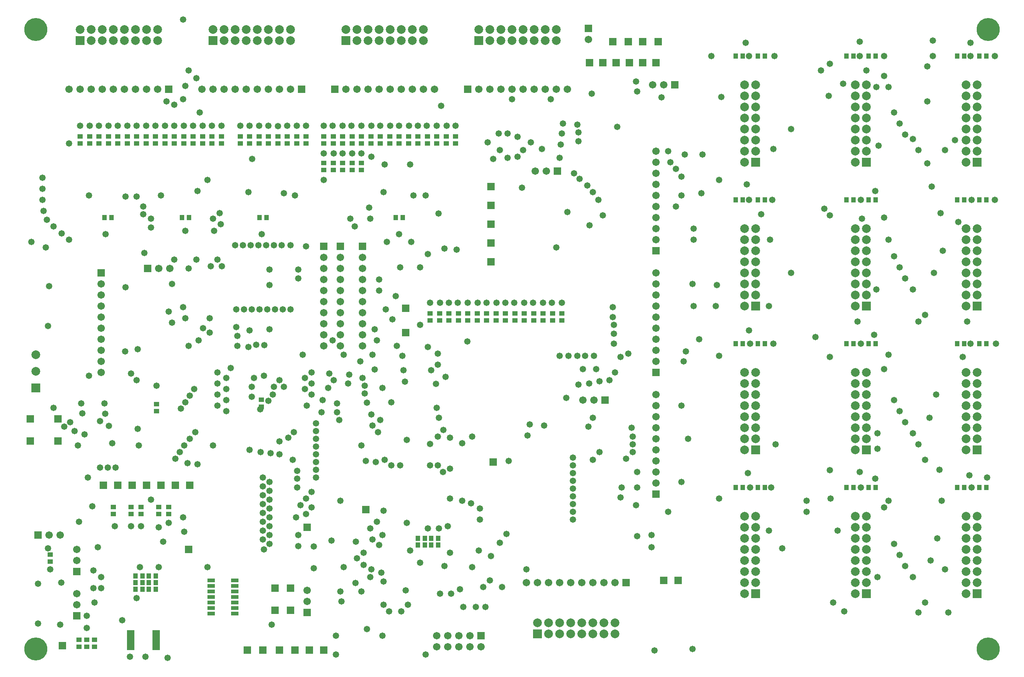
<source format=gbs>
G04*
G04 #@! TF.GenerationSoftware,Altium Limited,Altium Designer,22.3.1 (43)*
G04*
G04 Layer_Color=16711935*
%FSLAX25Y25*%
%MOIN*%
G70*
G04*
G04 #@! TF.SameCoordinates,A87CA661-C890-46F0-A320-74F5598AF3CC*
G04*
G04*
G04 #@! TF.FilePolarity,Negative*
G04*
G01*
G75*
%ADD43R,0.03950X0.04540*%
%ADD44R,0.04540X0.03950*%
%ADD54R,0.06804X0.03359*%
%ADD66R,0.06706X0.06706*%
%ADD67C,0.07887*%
%ADD68R,0.07887X0.07887*%
%ADD69R,0.07887X0.07887*%
%ADD70C,0.06706*%
%ADD71R,0.06706X0.06706*%
%ADD72R,0.06706X0.06706*%
%ADD73C,0.06706*%
%ADD74R,0.06706X0.06706*%
%ADD75C,0.20800*%
%ADD76C,0.05800*%
%ADD102R,0.06607X0.02572*%
D43*
X651850Y556000D02*
D03*
X658150D02*
D03*
X871850Y426000D02*
D03*
X878150D02*
D03*
Y556000D02*
D03*
X871850D02*
D03*
X678150D02*
D03*
X671850D02*
D03*
X858150Y166000D02*
D03*
X851850D02*
D03*
X758150Y426000D02*
D03*
X751850D02*
D03*
X758150Y296000D02*
D03*
X751850D02*
D03*
X858150D02*
D03*
X851850D02*
D03*
X858150Y556000D02*
D03*
X851850D02*
D03*
X878150Y166000D02*
D03*
X871850D02*
D03*
X658150Y426000D02*
D03*
X651850D02*
D03*
X778150Y296000D02*
D03*
X771850D02*
D03*
X878150D02*
D03*
X871850D02*
D03*
X758150Y556000D02*
D03*
X751850D02*
D03*
X758150Y166000D02*
D03*
X751850D02*
D03*
X778150Y426000D02*
D03*
X771850D02*
D03*
X678150Y166000D02*
D03*
X671850D02*
D03*
X778150D02*
D03*
X771850D02*
D03*
X678150Y426000D02*
D03*
X671850D02*
D03*
X658150Y166000D02*
D03*
X651850D02*
D03*
X678150Y296000D02*
D03*
X671850D02*
D03*
X778150Y556000D02*
D03*
X771850D02*
D03*
X858150Y426000D02*
D03*
X851850D02*
D03*
X658150Y296000D02*
D03*
X651850D02*
D03*
X364850Y114000D02*
D03*
X371150D02*
D03*
X88150Y410000D02*
D03*
X81850D02*
D03*
X121850Y80000D02*
D03*
X128150D02*
D03*
X121850Y86000D02*
D03*
X128150D02*
D03*
X364850Y120000D02*
D03*
X371150D02*
D03*
X116150Y86000D02*
D03*
X109850D02*
D03*
X121850Y74000D02*
D03*
X128150D02*
D03*
X116150D02*
D03*
X109850D02*
D03*
X158150Y410000D02*
D03*
X151850D02*
D03*
X116150Y80000D02*
D03*
X109850D02*
D03*
X383150Y114000D02*
D03*
X376850D02*
D03*
X228150Y410000D02*
D03*
X221850D02*
D03*
X383150Y120000D02*
D03*
X376850D02*
D03*
X351150Y410000D02*
D03*
X344850D02*
D03*
D44*
X66000Y28150D02*
D03*
Y21850D02*
D03*
X59000Y28150D02*
D03*
Y21850D02*
D03*
X73000Y28150D02*
D03*
Y21850D02*
D03*
X223500Y245150D02*
D03*
Y238850D02*
D03*
X399000Y476850D02*
D03*
Y483150D02*
D03*
X390500Y476850D02*
D03*
Y483150D02*
D03*
X131000Y148150D02*
D03*
Y141850D02*
D03*
X90000Y148150D02*
D03*
Y141850D02*
D03*
X106000Y148150D02*
D03*
Y141850D02*
D03*
X115000Y148150D02*
D03*
Y141850D02*
D03*
X140000Y148150D02*
D03*
Y141850D02*
D03*
X129000Y234850D02*
D03*
Y241150D02*
D03*
X288500Y476850D02*
D03*
Y483150D02*
D03*
X297000Y476850D02*
D03*
Y483150D02*
D03*
X314000Y476850D02*
D03*
Y483150D02*
D03*
X384500Y316850D02*
D03*
Y323150D02*
D03*
X410000Y316850D02*
D03*
Y323150D02*
D03*
X401500Y316850D02*
D03*
Y323150D02*
D03*
X393000Y316850D02*
D03*
Y323150D02*
D03*
X376000Y316850D02*
D03*
Y323150D02*
D03*
X435500Y316850D02*
D03*
Y323150D02*
D03*
X444000Y316850D02*
D03*
Y323150D02*
D03*
X452500Y316850D02*
D03*
Y323150D02*
D03*
X461000Y316850D02*
D03*
Y323150D02*
D03*
X469500Y316850D02*
D03*
Y323150D02*
D03*
X486500Y316850D02*
D03*
Y323150D02*
D03*
X478000Y316850D02*
D03*
Y323150D02*
D03*
X495000Y316850D02*
D03*
Y323150D02*
D03*
X418500Y316850D02*
D03*
Y323150D02*
D03*
X427000Y316850D02*
D03*
Y323150D02*
D03*
X297000Y452850D02*
D03*
Y459150D02*
D03*
X331000Y483150D02*
D03*
Y476850D02*
D03*
X60000Y483150D02*
D03*
Y476850D02*
D03*
X280000Y483150D02*
D03*
Y476850D02*
D03*
X314000Y459150D02*
D03*
Y452850D02*
D03*
X382000Y483150D02*
D03*
Y476850D02*
D03*
X348000Y483150D02*
D03*
Y476850D02*
D03*
X305500Y483150D02*
D03*
Y476850D02*
D03*
Y459150D02*
D03*
Y452850D02*
D03*
X288500Y459150D02*
D03*
Y452850D02*
D03*
X77000Y483150D02*
D03*
Y476850D02*
D03*
X68500Y483150D02*
D03*
Y476850D02*
D03*
X94000Y483150D02*
D03*
Y476850D02*
D03*
X85500Y483150D02*
D03*
Y476850D02*
D03*
X373500Y483150D02*
D03*
Y476850D02*
D03*
X280000Y459150D02*
D03*
Y452850D02*
D03*
X356500Y483150D02*
D03*
Y476850D02*
D03*
X365000Y483150D02*
D03*
Y476850D02*
D03*
X339500Y483150D02*
D03*
Y476850D02*
D03*
X322500Y483150D02*
D03*
Y476850D02*
D03*
X145000Y483150D02*
D03*
Y476850D02*
D03*
X153500Y483150D02*
D03*
Y476850D02*
D03*
X136500Y483150D02*
D03*
Y476850D02*
D03*
X204500Y483150D02*
D03*
Y476850D02*
D03*
X238500Y483150D02*
D03*
Y476850D02*
D03*
X111000Y483150D02*
D03*
Y476850D02*
D03*
X119500Y483150D02*
D03*
Y476850D02*
D03*
X187500Y483150D02*
D03*
Y476850D02*
D03*
X179000Y483150D02*
D03*
Y476850D02*
D03*
X255500Y483150D02*
D03*
Y476850D02*
D03*
X162000Y483150D02*
D03*
Y476850D02*
D03*
X102500Y483150D02*
D03*
Y476850D02*
D03*
X247000Y483150D02*
D03*
Y476850D02*
D03*
X213000Y483150D02*
D03*
Y476850D02*
D03*
X170500Y483150D02*
D03*
Y476850D02*
D03*
X128000Y483150D02*
D03*
Y476850D02*
D03*
X230000Y483150D02*
D03*
Y476850D02*
D03*
X221500Y483150D02*
D03*
Y476850D02*
D03*
X264000Y483150D02*
D03*
Y476850D02*
D03*
X33000Y105150D02*
D03*
Y98850D02*
D03*
D54*
X199677Y52000D02*
D03*
Y57000D02*
D03*
Y62000D02*
D03*
Y67000D02*
D03*
Y72000D02*
D03*
Y77000D02*
D03*
Y82000D02*
D03*
X178323D02*
D03*
Y77000D02*
D03*
Y72000D02*
D03*
Y67000D02*
D03*
Y62000D02*
D03*
Y57000D02*
D03*
Y52000D02*
D03*
D66*
X433000Y189000D02*
D03*
X582000Y569000D02*
D03*
X568000D02*
D03*
X555000D02*
D03*
X541000D02*
D03*
X158000Y110000D02*
D03*
X318000Y146000D02*
D03*
X265000Y130000D02*
D03*
X236000Y75000D02*
D03*
X600000Y82000D02*
D03*
X587000D02*
D03*
X250000Y75000D02*
D03*
Y55000D02*
D03*
X236000D02*
D03*
X44000Y23000D02*
D03*
X225000Y19000D02*
D03*
X254000D02*
D03*
X211000D02*
D03*
X267000D02*
D03*
X280000D02*
D03*
X240000D02*
D03*
X422000Y32000D02*
D03*
X519000Y581000D02*
D03*
X40000Y228000D02*
D03*
X580000Y550000D02*
D03*
X410000Y526000D02*
D03*
X553000Y80000D02*
D03*
X290000Y526000D02*
D03*
X140000D02*
D03*
X260000D02*
D03*
X40000Y208000D02*
D03*
X15000D02*
D03*
Y228000D02*
D03*
X354000Y306000D02*
D03*
Y328000D02*
D03*
X159000Y168000D02*
D03*
X81000D02*
D03*
X133000D02*
D03*
X94000D02*
D03*
X146000D02*
D03*
X120000D02*
D03*
X107000D02*
D03*
X568000Y550000D02*
D03*
X556000D02*
D03*
X544000D02*
D03*
X520000D02*
D03*
X532000D02*
D03*
D67*
X130000Y580000D02*
D03*
Y570000D02*
D03*
X120000Y580000D02*
D03*
Y570000D02*
D03*
X110000Y580000D02*
D03*
Y570000D02*
D03*
X100000Y580000D02*
D03*
Y570000D02*
D03*
X90000Y580000D02*
D03*
Y570000D02*
D03*
X80000Y580000D02*
D03*
Y570000D02*
D03*
X70000Y580000D02*
D03*
Y570000D02*
D03*
X60000Y580000D02*
D03*
X250000D02*
D03*
Y570000D02*
D03*
X240000Y580000D02*
D03*
Y570000D02*
D03*
X230000Y580000D02*
D03*
Y570000D02*
D03*
X220000Y580000D02*
D03*
Y570000D02*
D03*
X210000Y580000D02*
D03*
Y570000D02*
D03*
X200000Y580000D02*
D03*
Y570000D02*
D03*
X190000Y580000D02*
D03*
Y570000D02*
D03*
X180000Y580000D02*
D03*
X370000D02*
D03*
Y570000D02*
D03*
X360000Y580000D02*
D03*
Y570000D02*
D03*
X350000Y580000D02*
D03*
Y570000D02*
D03*
X340000Y580000D02*
D03*
Y570000D02*
D03*
X330000Y580000D02*
D03*
Y570000D02*
D03*
X320000Y580000D02*
D03*
Y570000D02*
D03*
X310000Y580000D02*
D03*
Y570000D02*
D03*
X300000Y580000D02*
D03*
X490000D02*
D03*
Y570000D02*
D03*
X480000Y580000D02*
D03*
Y570000D02*
D03*
X470000Y580000D02*
D03*
Y570000D02*
D03*
X460000Y580000D02*
D03*
Y570000D02*
D03*
X450000Y580000D02*
D03*
Y570000D02*
D03*
X440000Y580000D02*
D03*
Y570000D02*
D03*
X430000Y580000D02*
D03*
Y570000D02*
D03*
X420000Y580000D02*
D03*
X660000Y530000D02*
D03*
X670000D02*
D03*
X660000Y520000D02*
D03*
X670000D02*
D03*
X660000Y510000D02*
D03*
X670000D02*
D03*
X660000Y500000D02*
D03*
X670000D02*
D03*
X660000Y490000D02*
D03*
X670000D02*
D03*
X660000Y480000D02*
D03*
X670000D02*
D03*
X660000Y470000D02*
D03*
X670000D02*
D03*
X660000Y460000D02*
D03*
Y400000D02*
D03*
X670000D02*
D03*
X660000Y390000D02*
D03*
X670000D02*
D03*
X660000Y380000D02*
D03*
X670000D02*
D03*
X660000Y370000D02*
D03*
X670000D02*
D03*
X660000Y360000D02*
D03*
X670000D02*
D03*
X660000Y350000D02*
D03*
X670000D02*
D03*
X660000Y340000D02*
D03*
X670000D02*
D03*
X660000Y330000D02*
D03*
Y270000D02*
D03*
X670000D02*
D03*
X660000Y260000D02*
D03*
X670000D02*
D03*
X660000Y250000D02*
D03*
X670000D02*
D03*
X660000Y240000D02*
D03*
X670000D02*
D03*
X660000Y230000D02*
D03*
X670000D02*
D03*
X660000Y220000D02*
D03*
X670000D02*
D03*
X660000Y210000D02*
D03*
X670000D02*
D03*
X660000Y200000D02*
D03*
Y140000D02*
D03*
X670000D02*
D03*
X660000Y130000D02*
D03*
X670000D02*
D03*
X660000Y120000D02*
D03*
X670000D02*
D03*
X660000Y110000D02*
D03*
X670000D02*
D03*
X660000Y100000D02*
D03*
X670000D02*
D03*
X660000Y90000D02*
D03*
X670000D02*
D03*
X660000Y80000D02*
D03*
X670000D02*
D03*
X660000Y70000D02*
D03*
X760000Y530000D02*
D03*
X770000D02*
D03*
X760000Y520000D02*
D03*
X770000D02*
D03*
X760000Y510000D02*
D03*
X770000D02*
D03*
X760000Y500000D02*
D03*
X770000D02*
D03*
X760000Y490000D02*
D03*
X770000D02*
D03*
X760000Y480000D02*
D03*
X770000D02*
D03*
X760000Y470000D02*
D03*
X770000D02*
D03*
X760000Y460000D02*
D03*
X760000Y400000D02*
D03*
X770000D02*
D03*
X760000Y390000D02*
D03*
X770000D02*
D03*
X760000Y380000D02*
D03*
X770000D02*
D03*
X760000Y370000D02*
D03*
X770000D02*
D03*
X760000Y360000D02*
D03*
X770000D02*
D03*
X760000Y350000D02*
D03*
X770000D02*
D03*
X760000Y340000D02*
D03*
X770000D02*
D03*
X760000Y330000D02*
D03*
Y270000D02*
D03*
X770000D02*
D03*
X760000Y260000D02*
D03*
X770000D02*
D03*
X760000Y250000D02*
D03*
X770000D02*
D03*
X760000Y240000D02*
D03*
X770000D02*
D03*
X760000Y230000D02*
D03*
X770000D02*
D03*
X760000Y220000D02*
D03*
X770000D02*
D03*
X760000Y210000D02*
D03*
X770000D02*
D03*
X760000Y200000D02*
D03*
Y140000D02*
D03*
X770000D02*
D03*
X760000Y130000D02*
D03*
X770000D02*
D03*
X760000Y120000D02*
D03*
X770000D02*
D03*
X760000Y110000D02*
D03*
X770000D02*
D03*
X760000Y100000D02*
D03*
X770000D02*
D03*
X760000Y90000D02*
D03*
X770000D02*
D03*
X760000Y80000D02*
D03*
X770000D02*
D03*
X760000Y70000D02*
D03*
X860000Y530000D02*
D03*
X870000D02*
D03*
X860000Y520000D02*
D03*
X870000D02*
D03*
X860000Y510000D02*
D03*
X870000D02*
D03*
X860000Y500000D02*
D03*
X870000D02*
D03*
X860000Y490000D02*
D03*
X870000D02*
D03*
X860000Y480000D02*
D03*
X870000D02*
D03*
X860000Y470000D02*
D03*
X870000D02*
D03*
X860000Y460000D02*
D03*
Y400000D02*
D03*
X870000D02*
D03*
X860000Y390000D02*
D03*
X870000D02*
D03*
X860000Y380000D02*
D03*
X870000D02*
D03*
X860000Y370000D02*
D03*
X870000D02*
D03*
X860000Y360000D02*
D03*
X870000D02*
D03*
X860000Y350000D02*
D03*
X870000D02*
D03*
X860000Y340000D02*
D03*
X870000D02*
D03*
X860000Y330000D02*
D03*
Y270000D02*
D03*
X870000D02*
D03*
X860000Y260000D02*
D03*
X870000D02*
D03*
X860000Y250000D02*
D03*
X870000D02*
D03*
X860000Y240000D02*
D03*
X870000D02*
D03*
X860000Y230000D02*
D03*
X870000D02*
D03*
X860000Y220000D02*
D03*
X870000D02*
D03*
X860000Y210000D02*
D03*
X870000D02*
D03*
X860000Y200000D02*
D03*
Y140000D02*
D03*
X870000D02*
D03*
X860000Y130000D02*
D03*
X870000D02*
D03*
X860000Y120000D02*
D03*
X870000D02*
D03*
X860000Y110000D02*
D03*
X870000D02*
D03*
X860000Y100000D02*
D03*
X870000D02*
D03*
X860000Y90000D02*
D03*
X870000D02*
D03*
X860000Y80000D02*
D03*
X870000D02*
D03*
X860000Y70000D02*
D03*
X543000Y43500D02*
D03*
Y33500D02*
D03*
X533000Y43500D02*
D03*
Y33500D02*
D03*
X523000Y43500D02*
D03*
Y33500D02*
D03*
X513000Y43500D02*
D03*
Y33500D02*
D03*
X503000Y43500D02*
D03*
Y33500D02*
D03*
X493000Y43500D02*
D03*
Y33500D02*
D03*
X483000Y43500D02*
D03*
Y33500D02*
D03*
X473000Y43500D02*
D03*
X20000Y271000D02*
D03*
Y286000D02*
D03*
D68*
X60000Y570000D02*
D03*
X180000D02*
D03*
X300000D02*
D03*
X420000D02*
D03*
X473000Y33500D02*
D03*
D69*
X670000Y460000D02*
D03*
Y330000D02*
D03*
Y200000D02*
D03*
Y70000D02*
D03*
X770000Y460000D02*
D03*
X770000Y330000D02*
D03*
Y200000D02*
D03*
Y70000D02*
D03*
X870000Y460000D02*
D03*
Y330000D02*
D03*
Y200000D02*
D03*
Y70000D02*
D03*
X20000Y256000D02*
D03*
D70*
X141000Y364000D02*
D03*
X131000D02*
D03*
X57000Y100000D02*
D03*
Y110000D02*
D03*
X471000Y452000D02*
D03*
X481000D02*
D03*
X587000Y530000D02*
D03*
X577000D02*
D03*
X514000Y245000D02*
D03*
X524000D02*
D03*
X32000Y123000D02*
D03*
X42000D02*
D03*
X57000Y70000D02*
D03*
Y60000D02*
D03*
X265000Y63000D02*
D03*
Y73000D02*
D03*
D71*
X121000Y364000D02*
D03*
X491000Y452000D02*
D03*
X597000Y530000D02*
D03*
X534000Y245000D02*
D03*
X22000Y123000D02*
D03*
D72*
X57000Y90000D02*
D03*
Y50000D02*
D03*
X265000Y53000D02*
D03*
D73*
X382000Y22000D02*
D03*
X422000D02*
D03*
X412000D02*
D03*
X382000Y32000D02*
D03*
X392000Y22000D02*
D03*
Y32000D02*
D03*
X402000Y22000D02*
D03*
Y32000D02*
D03*
X412000D02*
D03*
X519000Y571000D02*
D03*
X280000Y294000D02*
D03*
Y334000D02*
D03*
Y374000D02*
D03*
Y324000D02*
D03*
Y364000D02*
D03*
Y314000D02*
D03*
Y354000D02*
D03*
Y304000D02*
D03*
Y344000D02*
D03*
X79000Y270000D02*
D03*
Y320000D02*
D03*
Y280000D02*
D03*
Y330000D02*
D03*
Y290000D02*
D03*
Y340000D02*
D03*
Y300000D02*
D03*
Y350000D02*
D03*
Y310000D02*
D03*
X295000Y344000D02*
D03*
Y304000D02*
D03*
Y354000D02*
D03*
Y314000D02*
D03*
Y364000D02*
D03*
Y324000D02*
D03*
Y374000D02*
D03*
Y334000D02*
D03*
Y294000D02*
D03*
X450000Y526000D02*
D03*
X490000D02*
D03*
X440000D02*
D03*
X480000D02*
D03*
X430000D02*
D03*
X470000D02*
D03*
X420000D02*
D03*
X460000D02*
D03*
X500000D02*
D03*
X315000Y344000D02*
D03*
Y304000D02*
D03*
Y354000D02*
D03*
Y314000D02*
D03*
Y364000D02*
D03*
Y324000D02*
D03*
Y374000D02*
D03*
Y334000D02*
D03*
Y294000D02*
D03*
X580000Y420000D02*
D03*
Y460000D02*
D03*
Y410000D02*
D03*
Y450000D02*
D03*
Y400000D02*
D03*
Y440000D02*
D03*
Y390000D02*
D03*
Y430000D02*
D03*
Y470000D02*
D03*
X513000Y80000D02*
D03*
X473000D02*
D03*
X523000D02*
D03*
X483000D02*
D03*
X533000D02*
D03*
X493000D02*
D03*
X543000D02*
D03*
X503000D02*
D03*
X463000D02*
D03*
X330000Y526000D02*
D03*
X370000D02*
D03*
X320000D02*
D03*
X360000D02*
D03*
X310000D02*
D03*
X350000D02*
D03*
X300000D02*
D03*
X340000D02*
D03*
X380000D02*
D03*
X580000Y310000D02*
D03*
Y350000D02*
D03*
Y300000D02*
D03*
Y340000D02*
D03*
Y290000D02*
D03*
Y330000D02*
D03*
Y280000D02*
D03*
Y320000D02*
D03*
Y360000D02*
D03*
X100000Y526000D02*
D03*
X60000D02*
D03*
X110000D02*
D03*
X70000D02*
D03*
X120000D02*
D03*
X80000D02*
D03*
X130000D02*
D03*
X90000D02*
D03*
X50000D02*
D03*
X580000Y200000D02*
D03*
Y240000D02*
D03*
Y190000D02*
D03*
Y230000D02*
D03*
Y180000D02*
D03*
Y220000D02*
D03*
Y170000D02*
D03*
Y210000D02*
D03*
Y250000D02*
D03*
X220000Y526000D02*
D03*
X180000D02*
D03*
X230000D02*
D03*
X190000D02*
D03*
X240000D02*
D03*
X200000D02*
D03*
X250000D02*
D03*
X210000D02*
D03*
X170000D02*
D03*
D74*
X280000Y384000D02*
D03*
X431000Y421000D02*
D03*
X79000Y360000D02*
D03*
X431000Y438000D02*
D03*
X295000Y384000D02*
D03*
X315000D02*
D03*
X580000Y380000D02*
D03*
Y270000D02*
D03*
Y160000D02*
D03*
X431000Y387000D02*
D03*
Y404000D02*
D03*
Y370000D02*
D03*
D75*
X880000Y20000D02*
D03*
X20000Y580000D02*
D03*
Y20000D02*
D03*
X880000Y580000D02*
D03*
D76*
X62000Y233000D02*
D03*
X493000Y464000D02*
D03*
X496000Y495000D02*
D03*
X509000Y494000D02*
D03*
X495000Y486000D02*
D03*
X510000Y487000D02*
D03*
X494000Y476000D02*
D03*
X510000Y479000D02*
D03*
X576000Y112000D02*
D03*
Y123000D02*
D03*
X563000Y166000D02*
D03*
X549000D02*
D03*
X562000Y150000D02*
D03*
X548000Y157000D02*
D03*
X414000Y94000D02*
D03*
X548000Y284000D02*
D03*
X541000Y320000D02*
D03*
Y329000D02*
D03*
X420000Y109000D02*
D03*
X463000Y91914D02*
D03*
X345000Y339000D02*
D03*
X326000Y309000D02*
D03*
X261000Y286000D02*
D03*
X264000Y384000D02*
D03*
X257000Y355000D02*
D03*
Y113000D02*
D03*
Y123000D02*
D03*
X231000Y115000D02*
D03*
Y123000D02*
D03*
X386000Y511000D02*
D03*
X146000Y192000D02*
D03*
X157000Y188000D02*
D03*
X289000Y263000D02*
D03*
X288000Y299000D02*
D03*
X298000Y286000D02*
D03*
X313000Y280000D02*
D03*
X317000Y258000D02*
D03*
X285000Y269000D02*
D03*
X317000Y251000D02*
D03*
X226291Y294500D02*
D03*
X446000Y486000D02*
D03*
Y464000D02*
D03*
X433000Y463000D02*
D03*
X459000Y437000D02*
D03*
X467000Y478000D02*
D03*
X322000Y408720D02*
D03*
X455000Y465000D02*
D03*
X460000Y471000D02*
D03*
X439000D02*
D03*
X455000Y483000D02*
D03*
X438000Y486000D02*
D03*
X334000Y433000D02*
D03*
X321000Y418957D02*
D03*
X403000Y74000D02*
D03*
X395000Y70000D02*
D03*
X431000Y104000D02*
D03*
X445000Y124000D02*
D03*
X439000Y116000D02*
D03*
X424000Y76000D02*
D03*
X430000Y82000D02*
D03*
X394000Y107000D02*
D03*
X295000Y154000D02*
D03*
X303000Y268000D02*
D03*
X319000Y242500D02*
D03*
X324000Y222000D02*
D03*
X341000Y243000D02*
D03*
X323000Y232000D02*
D03*
X302000Y260000D02*
D03*
X315000Y265000D02*
D03*
X308000Y402000D02*
D03*
X294000Y227000D02*
D03*
X450000Y517000D02*
D03*
X499000Y247000D02*
D03*
X212000Y293000D02*
D03*
X219000Y295000D02*
D03*
X202000Y294000D02*
D03*
X158000D02*
D03*
X202000Y303000D02*
D03*
X177000Y306000D02*
D03*
X201000Y311000D02*
D03*
X213000Y308000D02*
D03*
X153000Y329000D02*
D03*
X155000Y319000D02*
D03*
X100500Y289000D02*
D03*
X118000Y378000D02*
D03*
X112000Y291000D02*
D03*
X171000Y310000D02*
D03*
X143000Y350000D02*
D03*
X101000Y347000D02*
D03*
X112000Y219000D02*
D03*
X175000Y94000D02*
D03*
X295000Y72000D02*
D03*
X314000D02*
D03*
X381398Y259398D02*
D03*
X591000Y144000D02*
D03*
X505000Y193000D02*
D03*
X447000Y190000D02*
D03*
X414000Y212000D02*
D03*
X406000Y58000D02*
D03*
X417182Y57818D02*
D03*
X389000Y95000D02*
D03*
X485000Y517000D02*
D03*
X477000Y472000D02*
D03*
X833000Y250000D02*
D03*
X834000Y120000D02*
D03*
X828000Y100000D02*
D03*
X823000Y191000D02*
D03*
X827000Y229000D02*
D03*
X831000Y360000D02*
D03*
X585000Y518500D02*
D03*
X563000Y524000D02*
D03*
X702000Y360000D02*
D03*
Y490000D02*
D03*
X231000Y309000D02*
D03*
X167000Y299000D02*
D03*
X177000Y319000D02*
D03*
X314000Y204000D02*
D03*
X331000Y227000D02*
D03*
X329000Y216000D02*
D03*
X318000Y190000D02*
D03*
X327000Y189000D02*
D03*
X335000Y191000D02*
D03*
X341000Y186000D02*
D03*
X349000D02*
D03*
X394000Y156000D02*
D03*
X145000Y372000D02*
D03*
X66000Y50000D02*
D03*
X73000Y62000D02*
D03*
X98000Y46000D02*
D03*
X233000Y42000D02*
D03*
X354000Y73000D02*
D03*
X296000Y63000D02*
D03*
X356000Y60000D02*
D03*
X333000Y32000D02*
D03*
X339000Y54000D02*
D03*
X319000Y38000D02*
D03*
X334000Y60000D02*
D03*
X350000Y54000D02*
D03*
X367000Y98000D02*
D03*
X119000Y13000D02*
D03*
X105000D02*
D03*
X139000Y12000D02*
D03*
X22000Y43000D02*
D03*
Y79000D02*
D03*
X43000Y80000D02*
D03*
X66000Y39000D02*
D03*
X72000Y75000D02*
D03*
X79000D02*
D03*
X372000Y15000D02*
D03*
X42000Y42000D02*
D03*
X280000Y493000D02*
D03*
Y468000D02*
D03*
X280061Y444000D02*
D03*
X231000Y349000D02*
D03*
Y363000D02*
D03*
X326000Y272500D02*
D03*
X563000Y122000D02*
D03*
X291000Y15000D02*
D03*
Y32000D02*
D03*
X529000Y198000D02*
D03*
X523000Y191000D02*
D03*
X76000Y112000D02*
D03*
X256000Y181000D02*
D03*
X273000Y189000D02*
D03*
Y182000D02*
D03*
X257000Y363000D02*
D03*
X253000Y216000D02*
D03*
X355000Y134000D02*
D03*
X392000Y131000D02*
D03*
X384000Y129000D02*
D03*
X279000Y244900D02*
D03*
X292000Y242000D02*
D03*
X268954Y269854D02*
D03*
X292000Y234000D02*
D03*
X278000D02*
D03*
X284000Y256000D02*
D03*
X204500Y493000D02*
D03*
X441000Y76000D02*
D03*
X226000Y110000D02*
D03*
X298000Y94000D02*
D03*
X308525Y79525D02*
D03*
X310000Y102000D02*
D03*
X309000Y117000D02*
D03*
X316000Y107000D02*
D03*
X330000Y114000D02*
D03*
X324000Y119000D02*
D03*
X322000Y129000D02*
D03*
X316000Y96000D02*
D03*
X323000Y92000D02*
D03*
X322000Y85000D02*
D03*
X332000Y89000D02*
D03*
X334000Y81000D02*
D03*
Y145000D02*
D03*
X333000Y123000D02*
D03*
X328000Y135000D02*
D03*
X271000Y93000D02*
D03*
X358000Y109000D02*
D03*
X271000Y112500D02*
D03*
X273000Y224000D02*
D03*
X196000Y274000D02*
D03*
X154000Y126000D02*
D03*
X335000Y458000D02*
D03*
X358000D02*
D03*
X391000Y493000D02*
D03*
X383500Y413500D02*
D03*
X336000Y327000D02*
D03*
X324000Y286000D02*
D03*
X328000Y299000D02*
D03*
X514000Y273000D02*
D03*
X501000Y285000D02*
D03*
X493000D02*
D03*
X510000Y259000D02*
D03*
X538000Y263000D02*
D03*
X526000Y273000D02*
D03*
X524000Y285000D02*
D03*
X516000D02*
D03*
X519500Y260000D02*
D03*
X529000Y262000D02*
D03*
X543000Y270000D02*
D03*
X509000Y285000D02*
D03*
X409680Y297893D02*
D03*
X553000Y192000D02*
D03*
X559000Y198000D02*
D03*
X558000Y220000D02*
D03*
X559000Y212000D02*
D03*
Y205000D02*
D03*
X563000Y180000D02*
D03*
X490000Y383000D02*
D03*
X639000Y519000D02*
D03*
X522000Y522000D02*
D03*
X841000Y92000D02*
D03*
X839000Y380000D02*
D03*
X857000Y284000D02*
D03*
X836000Y182000D02*
D03*
X825000Y515000D02*
D03*
X829000Y438000D02*
D03*
X682000Y330000D02*
D03*
X683000Y390000D02*
D03*
X675000Y413000D02*
D03*
X790000Y154000D02*
D03*
X786000Y273000D02*
D03*
X795000Y115000D02*
D03*
X800000Y105000D02*
D03*
X805000Y95000D02*
D03*
X812000Y85000D02*
D03*
X817000Y53000D02*
D03*
X823000Y62000D02*
D03*
X838000Y154000D02*
D03*
X737436Y156000D02*
D03*
X786000Y148000D02*
D03*
X879000Y175000D02*
D03*
X778000Y174000D02*
D03*
X736850Y181650D02*
D03*
X779000Y345000D02*
D03*
X780000Y201000D02*
D03*
Y215000D02*
D03*
X795000Y245000D02*
D03*
X800000Y235000D02*
D03*
X805000Y225000D02*
D03*
X812000Y215000D02*
D03*
X817000Y205000D02*
D03*
X823000Y322000D02*
D03*
X825000Y459000D02*
D03*
X737000Y412000D02*
D03*
X766000Y409000D02*
D03*
X805000Y355000D02*
D03*
X800000Y365000D02*
D03*
X790000Y286000D02*
D03*
X795000Y375000D02*
D03*
X817000Y316000D02*
D03*
Y471000D02*
D03*
X853000Y406000D02*
D03*
X841000Y471000D02*
D03*
X850000Y480000D02*
D03*
X812000Y345000D02*
D03*
Y481000D02*
D03*
X805000Y485000D02*
D03*
X800000Y495000D02*
D03*
X795000Y505000D02*
D03*
X790000Y390000D02*
D03*
Y528000D02*
D03*
X786000Y410000D02*
D03*
Y538000D02*
D03*
X844000Y53000D02*
D03*
X750000Y54000D02*
D03*
X781000Y475000D02*
D03*
X779000Y528000D02*
D03*
X770000Y543000D02*
D03*
X736000Y520000D02*
D03*
X749000Y531000D02*
D03*
X686000Y472000D02*
D03*
X688000Y205000D02*
D03*
X165000Y372000D02*
D03*
X68000Y267000D02*
D03*
X61000Y242000D02*
D03*
X178000Y366000D02*
D03*
X184000Y372000D02*
D03*
X188000Y366000D02*
D03*
X235000Y385000D02*
D03*
X250000D02*
D03*
X242000D02*
D03*
X228000D02*
D03*
X221000D02*
D03*
X207000D02*
D03*
X214000D02*
D03*
X240000Y263000D02*
D03*
X208000Y327000D02*
D03*
X200000Y385000D02*
D03*
X133000Y430000D02*
D03*
X117000Y413000D02*
D03*
Y420000D02*
D03*
X111000Y429000D02*
D03*
X187500Y493000D02*
D03*
X155000Y398000D02*
D03*
X68500Y493000D02*
D03*
X273000Y175000D02*
D03*
Y196000D02*
D03*
Y203000D02*
D03*
Y210000D02*
D03*
X240000Y207500D02*
D03*
X269000Y162000D02*
D03*
X252000Y191000D02*
D03*
X248000Y211000D02*
D03*
X273000Y217000D02*
D03*
X222464Y236536D02*
D03*
X229964Y244036D02*
D03*
X213000Y200000D02*
D03*
X223000Y198000D02*
D03*
X232000Y197000D02*
D03*
X240000Y196000D02*
D03*
X215000Y248000D02*
D03*
Y257000D02*
D03*
X217000Y265000D02*
D03*
X180000Y204000D02*
D03*
X256000Y174000D02*
D03*
X269000Y148000D02*
D03*
X255000Y139000D02*
D03*
X259000Y150000D02*
D03*
X264000Y156000D02*
D03*
Y142000D02*
D03*
X264500Y240000D02*
D03*
X256000Y166000D02*
D03*
X269000Y250000D02*
D03*
X263000Y255000D02*
D03*
X269000Y260000D02*
D03*
X263000Y264900D02*
D03*
X192000Y245000D02*
D03*
Y235000D02*
D03*
X184000Y239900D02*
D03*
Y250000D02*
D03*
X192000Y255000D02*
D03*
X184000Y260000D02*
D03*
X192000Y265000D02*
D03*
X184000Y270000D02*
D03*
X231000Y131000D02*
D03*
X225000Y119000D02*
D03*
X67000Y175000D02*
D03*
X231000Y139000D02*
D03*
X225000Y143000D02*
D03*
Y175000D02*
D03*
X159000Y249000D02*
D03*
X155000Y243000D02*
D03*
X163000Y255000D02*
D03*
X164000Y216000D02*
D03*
X159000Y210000D02*
D03*
X151000Y237107D02*
D03*
X154000Y204000D02*
D03*
X150000Y198000D02*
D03*
X166000Y187000D02*
D03*
X78000Y184000D02*
D03*
X89000Y206000D02*
D03*
X92000Y184000D02*
D03*
X86000Y221664D02*
D03*
X78000Y226000D02*
D03*
X82500Y232500D02*
D03*
X82000Y242000D02*
D03*
X225000Y127000D02*
D03*
X124000Y155000D02*
D03*
X225000Y135000D02*
D03*
Y159000D02*
D03*
X231000Y171000D02*
D03*
Y147000D02*
D03*
X225000Y151000D02*
D03*
X231000Y155000D02*
D03*
Y163000D02*
D03*
X225000Y167000D02*
D03*
X222000Y327000D02*
D03*
X215000D02*
D03*
X250000D02*
D03*
X236000D02*
D03*
X243000D02*
D03*
X201000D02*
D03*
X229000D02*
D03*
X111000Y263000D02*
D03*
X129000Y258000D02*
D03*
X106000Y269000D02*
D03*
X113000Y204000D02*
D03*
X79000Y85000D02*
D03*
X72000Y91000D02*
D03*
X234000Y250000D02*
D03*
X235000Y257000D02*
D03*
X64000Y214000D02*
D03*
X58000Y204000D02*
D03*
X43379Y395500D02*
D03*
X85000Y184000D02*
D03*
X55000Y217000D02*
D03*
X51000Y225000D02*
D03*
X45414Y221000D02*
D03*
X36000Y238000D02*
D03*
X106000Y131000D02*
D03*
X115000D02*
D03*
X140000Y134000D02*
D03*
X226000Y267000D02*
D03*
X31000Y312000D02*
D03*
X50000Y390000D02*
D03*
X29000Y383000D02*
D03*
X181000Y398000D02*
D03*
X187000Y404000D02*
D03*
X180000Y409000D02*
D03*
X186000Y414000D02*
D03*
X124000Y401000D02*
D03*
Y409000D02*
D03*
X36000Y402000D02*
D03*
X30000Y408000D02*
D03*
X27000Y416000D02*
D03*
X26000Y426000D02*
D03*
Y436000D02*
D03*
X102500Y493000D02*
D03*
X26000Y445957D02*
D03*
X155000Y529000D02*
D03*
X165000Y536000D02*
D03*
X168000Y505000D02*
D03*
X138000Y515000D02*
D03*
X145000Y512000D02*
D03*
X153000Y517000D02*
D03*
Y589000D02*
D03*
X158000Y543000D02*
D03*
X244000Y257000D02*
D03*
X405000Y154000D02*
D03*
X505000Y137000D02*
D03*
Y144000D02*
D03*
Y151000D02*
D03*
Y158000D02*
D03*
Y165000D02*
D03*
Y172000D02*
D03*
Y179000D02*
D03*
Y186000D02*
D03*
X740000Y62000D02*
D03*
X744000Y127000D02*
D03*
X682000D02*
D03*
X694000Y111000D02*
D03*
X716000Y144000D02*
D03*
Y154000D02*
D03*
X637000Y156000D02*
D03*
X780000Y85000D02*
D03*
X861000Y316000D02*
D03*
X762000D02*
D03*
X732000Y418000D02*
D03*
X825000Y546586D02*
D03*
X135000Y117000D02*
D03*
X59000Y135000D02*
D03*
X342000Y318000D02*
D03*
X349000Y365000D02*
D03*
X389000Y382000D02*
D03*
X367000Y313000D02*
D03*
Y365000D02*
D03*
X337000Y388000D02*
D03*
X330000Y354000D02*
D03*
X314000Y468000D02*
D03*
X305500D02*
D03*
X297000D02*
D03*
X289000D02*
D03*
X305000Y493000D02*
D03*
X314000D02*
D03*
X297000D02*
D03*
X288000D02*
D03*
X400000Y381000D02*
D03*
X91322Y130764D02*
D03*
X428000Y478000D02*
D03*
X399000Y493000D02*
D03*
X287000Y118000D02*
D03*
X376000Y205360D02*
D03*
X394000Y183000D02*
D03*
X323000Y465000D02*
D03*
X330000Y344000D02*
D03*
X346000Y294000D02*
D03*
X519000Y221000D02*
D03*
X523000Y229000D02*
D03*
X304000Y409000D02*
D03*
X387500Y180000D02*
D03*
X383000Y186000D02*
D03*
X562000Y533000D02*
D03*
X359000Y388000D02*
D03*
X374000Y377000D02*
D03*
X413000Y151500D02*
D03*
X376000Y186000D02*
D03*
X131000Y130000D02*
D03*
X153000Y139000D02*
D03*
X372000Y430000D02*
D03*
X348000Y395000D02*
D03*
X361000Y430000D02*
D03*
X383000Y212000D02*
D03*
X388000Y218000D02*
D03*
X394000Y211000D02*
D03*
X421000Y147000D02*
D03*
X405000Y206000D02*
D03*
X555000Y287000D02*
D03*
X542000Y296000D02*
D03*
Y305000D02*
D03*
Y313000D02*
D03*
X520000Y403000D02*
D03*
X532000Y412000D02*
D03*
X528000Y426000D02*
D03*
X523000Y433000D02*
D03*
X518000Y439000D02*
D03*
X511000Y445000D02*
D03*
X506000Y450000D02*
D03*
X500000Y415000D02*
D03*
X333000Y256000D02*
D03*
X389765Y265765D02*
D03*
X353273Y261484D02*
D03*
X352000Y272000D02*
D03*
X383000Y277000D02*
D03*
X421000Y137000D02*
D03*
X374000Y129000D02*
D03*
X179000Y493000D02*
D03*
X158000Y364000D02*
D03*
X140000Y325000D02*
D03*
X143000Y315000D02*
D03*
X355000Y209000D02*
D03*
X351000Y285000D02*
D03*
X384000Y229000D02*
D03*
X382000Y238000D02*
D03*
X377000Y272000D02*
D03*
X383000Y287000D02*
D03*
X374000Y293000D02*
D03*
X619000Y300000D02*
D03*
X637000Y285000D02*
D03*
X607000Y289000D02*
D03*
X605000Y280000D02*
D03*
X603000Y240000D02*
D03*
X634000Y330000D02*
D03*
X614000D02*
D03*
X635000Y349000D02*
D03*
X620914Y432000D02*
D03*
X613000Y350000D02*
D03*
X637000Y444000D02*
D03*
X614000Y400000D02*
D03*
Y390000D02*
D03*
X593000Y460000D02*
D03*
X591000Y470000D02*
D03*
X598000Y454000D02*
D03*
X606000Y467000D02*
D03*
X622000D02*
D03*
X603000Y447000D02*
D03*
Y430000D02*
D03*
X598000Y420000D02*
D03*
X830000Y570000D02*
D03*
Y556000D02*
D03*
X664000Y308000D02*
D03*
X724000Y302000D02*
D03*
X603000Y171000D02*
D03*
X609000Y210000D02*
D03*
X663000Y179000D02*
D03*
X662000Y440000D02*
D03*
X764000Y180000D02*
D03*
X737000Y284000D02*
D03*
X863000Y177000D02*
D03*
X837000Y414000D02*
D03*
X661000Y568000D02*
D03*
X764000Y569000D02*
D03*
X864000Y568000D02*
D03*
X729000Y543000D02*
D03*
X737000Y549000D02*
D03*
X630000Y556000D02*
D03*
X684000Y166000D02*
D03*
X765000D02*
D03*
X865000D02*
D03*
X664000Y426000D02*
D03*
X765000D02*
D03*
X886000D02*
D03*
Y556000D02*
D03*
X686000Y296000D02*
D03*
X665000Y166000D02*
D03*
X426000Y58000D02*
D03*
X385000Y70000D02*
D03*
X131000Y94000D02*
D03*
X71000Y149000D02*
D03*
X114000Y94000D02*
D03*
X111000Y66000D02*
D03*
X613000Y20000D02*
D03*
X578500Y18500D02*
D03*
X215300Y462800D02*
D03*
X175000Y444000D02*
D03*
X166000Y434000D02*
D03*
X212000Y433000D02*
D03*
X495000Y333000D02*
D03*
X486000D02*
D03*
X478000D02*
D03*
X469000D02*
D03*
X461000D02*
D03*
X452000D02*
D03*
X376000D02*
D03*
X385000D02*
D03*
X393000D02*
D03*
X401000D02*
D03*
X410000D02*
D03*
X419000D02*
D03*
X427000D02*
D03*
X436000D02*
D03*
X444000D02*
D03*
X466000Y223000D02*
D03*
X479000Y222000D02*
D03*
X463987Y213000D02*
D03*
X224000Y395000D02*
D03*
X254000Y430000D02*
D03*
X244000Y432000D02*
D03*
X83000Y395000D02*
D03*
X101000Y429000D02*
D03*
X68000Y430000D02*
D03*
X323000Y493000D02*
D03*
X331000D02*
D03*
X340000D02*
D03*
X348000D02*
D03*
X357000D02*
D03*
X373000D02*
D03*
X365000D02*
D03*
X382000D02*
D03*
X60000D02*
D03*
X77000D02*
D03*
X85500D02*
D03*
X94000D02*
D03*
X111000D02*
D03*
X119500D02*
D03*
X128000D02*
D03*
X136500D02*
D03*
X145000D02*
D03*
X153500D02*
D03*
X162000D02*
D03*
X170500D02*
D03*
X213000D02*
D03*
X221500D02*
D03*
X230000D02*
D03*
X238500Y492500D02*
D03*
X247000Y493000D02*
D03*
X255500D02*
D03*
X264000D02*
D03*
X50000Y477000D02*
D03*
X545000Y492000D02*
D03*
X16000Y388000D02*
D03*
X33000Y92000D02*
D03*
X31000Y111000D02*
D03*
X31874Y348000D02*
D03*
X665000Y296000D02*
D03*
X777000Y304000D02*
D03*
X765000Y296000D02*
D03*
X887000D02*
D03*
X864000D02*
D03*
X865000Y426000D02*
D03*
X778000Y434000D02*
D03*
X685000Y426000D02*
D03*
X687000Y556000D02*
D03*
X664000D02*
D03*
X786000D02*
D03*
X764000D02*
D03*
X864000D02*
D03*
D102*
X105433Y20323D02*
D03*
Y22882D02*
D03*
Y25441D02*
D03*
Y28000D02*
D03*
Y30559D02*
D03*
Y33118D02*
D03*
Y35677D02*
D03*
X128567D02*
D03*
Y33118D02*
D03*
Y30559D02*
D03*
Y28000D02*
D03*
Y25441D02*
D03*
Y22882D02*
D03*
Y20323D02*
D03*
M02*

</source>
